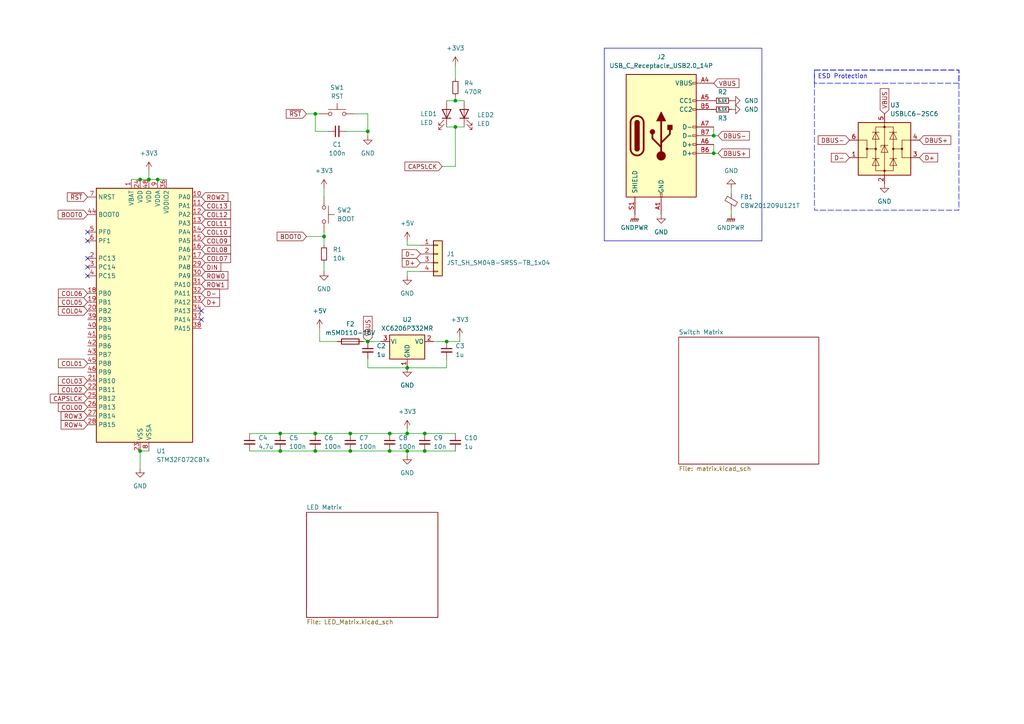
<source format=kicad_sch>
(kicad_sch (version 20230121) (generator eeschema)
  (paper "A4")
  (lib_symbols
    (symbol "Connector:USB_C_Receptacle_USB2.0_14P" (pin_names (offset 1.016))
      (property "Reference" "J" (at 0 22.225 0))
      (property "Value" "USB_C_Receptacle_USB2.0_14P" (at 0 19.685 0))
      (symbol "USB_C_Receptacle_USB2.0_14P_0_0"
        (rectangle (start -0.254 -17.78) (end 0.254 -16.764))
        (rectangle (start 10.16 -4.826) (end 9.144 -5.334))
        (rectangle (start 10.16 -2.286) (end 9.144 -2.794))
        (rectangle (start 10.16 0.254) (end 9.144 -0.254))
        (rectangle (start 10.16 2.794) (end 9.144 2.286))
        (rectangle (start 10.16 7.874) (end 9.144 7.366))
        (rectangle (start 10.16 10.414) (end 9.144 9.906))
        (rectangle (start 10.16 15.494) (end 9.144 14.986))
      )
      (symbol "USB_C_Receptacle_USB2.0_14P_0_1"
        (rectangle (start -10.16 17.78) (end 10.16 -17.78) (stroke (width 0.254)) (fill (type background)))
        (arc (start -8.89 -3.81) (mid -6.985 -5.7067) (end -5.08 -3.81) (stroke (width 0.508)))
        (arc (start -7.62 -3.81) (mid -6.985 -4.4423) (end -6.35 -3.81) (stroke (width 0.254)))
        (arc (start -7.62 -3.81) (mid -6.985 -4.4423) (end -6.35 -3.81) (stroke (width 0.254)) (fill (type outline)))
        (rectangle (start -7.62 -3.81) (end -6.35 3.81) (stroke (width 0.254)) (fill (type outline)))
        (arc (start -6.35 3.81) (mid -6.985 4.4423) (end -7.62 3.81) (stroke (width 0.254)))
        (arc (start -6.35 3.81) (mid -6.985 4.4423) (end -7.62 3.81) (stroke (width 0.254)) (fill (type outline)))
        (arc (start -5.08 3.81) (mid -6.985 5.7067) (end -8.89 3.81) (stroke (width 0.508)))
        (circle (center -2.54 1.143) (radius 0.635) (stroke (width 0.254)) (fill (type outline)))
        (circle (center 0 -5.842) (radius 1.27) (fill (type outline)))
        (polyline (pts (xy -8.89 -3.81) (xy -8.89 3.81)) (stroke (width 0.508)))
        (polyline (pts (xy -5.08 3.81) (xy -5.08 -3.81)) (stroke (width 0.508)))
        (polyline (pts (xy 0 -5.842) (xy 0 4.318)) (stroke (width 0.508)))
        (polyline (pts (xy 0 -3.302) (xy -2.54 -0.762) (xy -2.54 0.508)) (stroke (width 0.508)))
        (polyline (pts (xy 0 -2.032) (xy 2.54 0.508) (xy 2.54 1.778)) (stroke (width 0.508)))
        (polyline (pts (xy -1.27 4.318) (xy 0 6.858) (xy 1.27 4.318) (xy -1.27 4.318)) (stroke (width 0.254)) (fill (type outline)))
        (rectangle (start 1.905 1.778) (end 3.175 3.048) (stroke (width 0.254)) (fill (type outline)))
      )
      (symbol "USB_C_Receptacle_USB2.0_14P_1_1"
        (pin passive line (at 0 -22.86 90) (length 5.08) (name "GND") (number "A1"))
        (pin passive line (at 0 -22.86 90) (length 5.08) hide (name "GND") (number "A12"))
        (pin passive line (at 15.24 15.24 180) (length 5.08) (name "VBUS") (number "A4"))
        (pin bidirectional line (at 15.24 10.16 180) (length 5.08) (name "CC1") (number "A5"))
        (pin bidirectional line (at 15.24 -2.54 180) (length 5.08) (name "D+") (number "A6"))
        (pin bidirectional line (at 15.24 2.54 180) (length 5.08) (name "D-") (number "A7"))
        (pin passive line (at 15.24 15.24 180) (length 5.08) hide (name "VBUS") (number "A9"))
        (pin passive line (at 0 -22.86 90) (length 5.08) hide (name "GND") (number "B1"))
        (pin passive line (at 0 -22.86 90) (length 5.08) hide (name "GND") (number "B12"))
        (pin passive line (at 15.24 15.24 180) (length 5.08) hide (name "VBUS") (number "B4"))
        (pin bidirectional line (at 15.24 7.62 180) (length 5.08) (name "CC2") (number "B5"))
        (pin bidirectional line (at 15.24 -5.08 180) (length 5.08) (name "D+") (number "B6"))
        (pin bidirectional line (at 15.24 0 180) (length 5.08) (name "D-") (number "B7"))
        (pin passive line (at 15.24 15.24 180) (length 5.08) hide (name "VBUS") (number "B9"))
        (pin passive line (at -7.62 -22.86 90) (length 5.08) (name "SHIELD") (number "S1"))
      )
    )
    (symbol "Connector_Generic:Conn_01x04" (pin_names (offset 1.016) hide)
      (property "Reference" "J" (at 0 5.08 0))
      (property "Value" "Conn_01x04" (at 0 -7.62 0))
      (symbol "Conn_01x04_1_1"
        (rectangle (start -1.27 -4.953) (end 0 -5.207) (stroke (width 0.1524)))
        (rectangle (start -1.27 -2.413) (end 0 -2.667) (stroke (width 0.1524)))
        (rectangle (start -1.27 0.127) (end 0 -0.127) (stroke (width 0.1524)))
        (rectangle (start -1.27 2.667) (end 0 2.413) (stroke (width 0.1524)))
        (rectangle (start -1.27 3.81) (end 1.27 -6.35) (stroke (width 0.254)) (fill (type background)))
        (pin passive line (at -5.08 2.54 0) (length 3.81) (name "Pin_1") (number "1"))
        (pin passive line (at -5.08 0 0) (length 3.81) (name "Pin_2") (number "2"))
        (pin passive line (at -5.08 -2.54 0) (length 3.81) (name "Pin_3") (number "3"))
        (pin passive line (at -5.08 -5.08 0) (length 3.81) (name "Pin_4") (number "4"))
      )
    )
    (symbol "Device:C_Small" (pin_numbers hide) (pin_names (offset 0.254) hide)
      (property "Reference" "C" (at 0.254 1.778 0))
      (property "Value" "C_Small" (at 0.254 -2.032 0))
      (symbol "C_Small_0_1"
        (polyline (pts (xy -1.524 -0.508) (xy 1.524 -0.508)) (stroke (width 0.3302)))
        (polyline (pts (xy -1.524 0.508) (xy 1.524 0.508)) (stroke (width 0.3048)))
      )
      (symbol "C_Small_1_1"
        (pin passive line (at 0 2.54 270) (length 2.032) (name "~") (number "1"))
        (pin passive line (at 0 -2.54 90) (length 2.032) (name "~") (number "2"))
      )
    )
    (symbol "Device:FerriteBead_Small" (pin_numbers hide) (pin_names (offset 0))
      (property "Reference" "FB" (at 1.905 1.27 0))
      (property "Value" "FerriteBead_Small" (at 1.905 -1.27 0))
      (symbol "FerriteBead_Small_0_1"
        (polyline (pts (xy 0 -1.27) (xy 0 -0.7874)))
        (polyline (pts (xy 0 0.889) (xy 0 1.2954)))
        (polyline (pts (xy -1.8288 0.2794) (xy -1.1176 1.4986) (xy 1.8288 -0.2032) (xy 1.1176 -1.4224) (xy -1.8288 0.2794)))
      )
      (symbol "FerriteBead_Small_1_1"
        (pin passive line (at 0 2.54 270) (length 1.27) (name "~") (number "1"))
        (pin passive line (at 0 -2.54 90) (length 1.27) (name "~") (number "2"))
      )
    )
    (symbol "Device:Fuse" (pin_numbers hide) (pin_names (offset 0))
      (property "Reference" "F" (at 2.032 0 90))
      (property "Value" "Fuse" (at -1.905 0 90))
      (symbol "Fuse_0_1"
        (rectangle (start -0.762 -2.54) (end 0.762 2.54) (stroke (width 0.254)))
        (polyline (pts (xy 0 2.54) (xy 0 -2.54)))
      )
      (symbol "Fuse_1_1"
        (pin passive line (at 0 3.81 270) (length 1.27) (name "~") (number "1"))
        (pin passive line (at 0 -3.81 90) (length 1.27) (name "~") (number "2"))
      )
    )
    (symbol "Device:LED" (pin_numbers hide) (pin_names (offset 1.016) hide)
      (property "Reference" "D" (at 0 2.54 0))
      (property "Value" "LED" (at 0 -2.54 0))
      (symbol "LED_0_1"
        (polyline (pts (xy -1.27 -1.27) (xy -1.27 1.27)) (stroke (width 0.254)))
        (polyline (pts (xy -1.27 0) (xy 1.27 0)))
        (polyline (pts (xy 1.27 -1.27) (xy 1.27 1.27) (xy -1.27 0) (xy 1.27 -1.27)) (stroke (width 0.254)))
        (polyline (pts (xy -3.048 -0.762) (xy -4.572 -2.286) (xy -3.81 -2.286) (xy -4.572 -2.286) (xy -4.572 -1.524)))
        (polyline (pts (xy -1.778 -0.762) (xy -3.302 -2.286) (xy -2.54 -2.286) (xy -3.302 -2.286) (xy -3.302 -1.524)))
      )
      (symbol "LED_1_1"
        (pin passive line (at -3.81 0 0) (length 2.54) (name "K") (number "1"))
        (pin passive line (at 3.81 0 180) (length 2.54) (name "A") (number "2"))
      )
    )
    (symbol "Device:R_Small" (pin_numbers hide) (pin_names (offset 0.254) hide)
      (property "Reference" "R" (at 0.762 0.508 0))
      (property "Value" "R_Small" (at 0.762 -1.016 0))
      (symbol "R_Small_0_1"
        (rectangle (start -0.762 1.778) (end 0.762 -1.778) (stroke (width 0.2032)))
      )
      (symbol "R_Small_1_1"
        (pin passive line (at 0 2.54 270) (length 0.762) (name "~") (number "1"))
        (pin passive line (at 0 -2.54 90) (length 0.762) (name "~") (number "2"))
      )
    )
    (symbol "MCU_ST_STM32F0:STM32F072CBTx"
      (property "Reference" "U" (at -12.7 39.37 0))
      (property "Value" "STM32F072CBTx" (at 10.16 39.37 0))
      (symbol "STM32F072CBTx_0_1"
        (rectangle (start -12.7 -35.56) (end 15.24 38.1) (stroke (width 0.254)) (fill (type background)))
      )
      (symbol "STM32F072CBTx_1_1"
        (pin power_in line (at -2.54 40.64 270) (length 2.54) (name "VBAT") (number "1"))
        (pin bidirectional line (at 17.78 35.56 180) (length 2.54) (name "PA0") (number "10"))
        (pin bidirectional line (at 17.78 33.02 180) (length 2.54) (name "PA1") (number "11"))
        (pin bidirectional line (at 17.78 30.48 180) (length 2.54) (name "PA2") (number "12"))
        (pin bidirectional line (at 17.78 27.94 180) (length 2.54) (name "PA3") (number "13"))
        (pin bidirectional line (at 17.78 25.4 180) (length 2.54) (name "PA4") (number "14"))
        (pin bidirectional line (at 17.78 22.86 180) (length 2.54) (name "PA5") (number "15"))
        (pin bidirectional line (at 17.78 20.32 180) (length 2.54) (name "PA6") (number "16"))
        (pin bidirectional line (at 17.78 17.78 180) (length 2.54) (name "PA7") (number "17"))
        (pin bidirectional line (at -15.24 7.62 0) (length 2.54) (name "PB0") (number "18"))
        (pin bidirectional line (at -15.24 5.08 0) (length 2.54) (name "PB1") (number "19"))
        (pin bidirectional line (at -15.24 17.78 0) (length 2.54) (name "PC13") (number "2"))
        (pin bidirectional line (at -15.24 2.54 0) (length 2.54) (name "PB2") (number "20"))
        (pin bidirectional line (at -15.24 -17.78 0) (length 2.54) (name "PB10") (number "21"))
        (pin bidirectional line (at -15.24 -20.32 0) (length 2.54) (name "PB11") (number "22"))
        (pin power_in line (at 0 -38.1 90) (length 2.54) (name "VSS") (number "23"))
        (pin power_in line (at 0 40.64 270) (length 2.54) (name "VDD") (number "24"))
        (pin bidirectional line (at -15.24 -22.86 0) (length 2.54) (name "PB12") (number "25"))
        (pin bidirectional line (at -15.24 -25.4 0) (length 2.54) (name "PB13") (number "26"))
        (pin bidirectional line (at -15.24 -27.94 0) (length 2.54) (name "PB14") (number "27"))
        (pin bidirectional line (at -15.24 -30.48 0) (length 2.54) (name "PB15") (number "28"))
        (pin bidirectional line (at 17.78 15.24 180) (length 2.54) (name "PA8") (number "29"))
        (pin bidirectional line (at -15.24 15.24 0) (length 2.54) (name "PC14") (number "3"))
        (pin bidirectional line (at 17.78 12.7 180) (length 2.54) (name "PA9") (number "30"))
        (pin bidirectional line (at 17.78 10.16 180) (length 2.54) (name "PA10") (number "31"))
        (pin bidirectional line (at 17.78 7.62 180) (length 2.54) (name "PA11") (number "32"))
        (pin bidirectional line (at 17.78 5.08 180) (length 2.54) (name "PA12") (number "33"))
        (pin bidirectional line (at 17.78 2.54 180) (length 2.54) (name "PA13") (number "34"))
        (pin passive line (at 0 -38.1 90) (length 2.54) hide (name "VSS") (number "35"))
        (pin power_in line (at 7.62 40.64 270) (length 2.54) (name "VDDIO2") (number "36"))
        (pin bidirectional line (at 17.78 0 180) (length 2.54) (name "PA14") (number "37"))
        (pin bidirectional line (at 17.78 -2.54 180) (length 2.54) (name "PA15") (number "38"))
        (pin bidirectional line (at -15.24 0 0) (length 2.54) (name "PB3") (number "39"))
        (pin bidirectional line (at -15.24 12.7 0) (length 2.54) (name "PC15") (number "4"))
        (pin bidirectional line (at -15.24 -2.54 0) (length 2.54) (name "PB4") (number "40"))
        (pin bidirectional line (at -15.24 -5.08 0) (length 2.54) (name "PB5") (number "41"))
        (pin bidirectional line (at -15.24 -7.62 0) (length 2.54) (name "PB6") (number "42"))
        (pin bidirectional line (at -15.24 -10.16 0) (length 2.54) (name "PB7") (number "43"))
        (pin input line (at -15.24 30.48 0) (length 2.54) (name "BOOT0") (number "44"))
        (pin bidirectional line (at -15.24 -12.7 0) (length 2.54) (name "PB8") (number "45"))
        (pin bidirectional line (at -15.24 -15.24 0) (length 2.54) (name "PB9") (number "46"))
        (pin passive line (at 0 -38.1 90) (length 2.54) hide (name "VSS") (number "47"))
        (pin power_in line (at 2.54 40.64 270) (length 2.54) (name "VDD") (number "48"))
        (pin bidirectional line (at -15.24 25.4 0) (length 2.54) (name "PF0") (number "5"))
        (pin bidirectional line (at -15.24 22.86 0) (length 2.54) (name "PF1") (number "6"))
        (pin input line (at -15.24 35.56 0) (length 2.54) (name "NRST") (number "7"))
        (pin power_in line (at 2.54 -38.1 90) (length 2.54) (name "VSSA") (number "8"))
        (pin power_in line (at 5.08 40.64 270) (length 2.54) (name "VDDA") (number "9"))
      )
    )
    (symbol "Power_Protection:USBLC6-2SC6" (pin_names hide)
      (property "Reference" "U" (at 2.54 8.89 0))
      (property "Value" "USBLC6-2SC6" (at 2.54 -8.89 0))
      (symbol "USBLC6-2SC6_0_1"
        (rectangle (start -7.62 -7.62) (end 7.62 7.62) (stroke (width 0.254)) (fill (type background)))
        (circle (center -5.08 0) (radius 0.254) (fill (type outline)))
        (circle (center -2.54 0) (radius 0.254) (fill (type outline)))
        (rectangle (start -2.54 6.35) (end 2.54 -6.35))
        (circle (center 0 -6.35) (radius 0.254) (fill (type outline)))
        (polyline (pts (xy -5.08 -2.54) (xy -7.62 -2.54)))
        (polyline (pts (xy -5.08 0) (xy -5.08 -2.54)))
        (polyline (pts (xy -5.08 2.54) (xy -7.62 2.54)))
        (polyline (pts (xy -1.524 -2.794) (xy -3.556 -2.794)))
        (polyline (pts (xy -1.524 4.826) (xy -3.556 4.826)))
        (polyline (pts (xy 0 -7.62) (xy 0 -6.35)))
        (polyline (pts (xy 0 -6.35) (xy 0 1.27)))
        (polyline (pts (xy 0 1.27) (xy 0 6.35)))
        (polyline (pts (xy 0 6.35) (xy 0 7.62)))
        (polyline (pts (xy 1.524 -2.794) (xy 3.556 -2.794)))
        (polyline (pts (xy 1.524 4.826) (xy 3.556 4.826)))
        (polyline (pts (xy 5.08 -2.54) (xy 7.62 -2.54)))
        (polyline (pts (xy 5.08 0) (xy 5.08 -2.54)))
        (polyline (pts (xy 5.08 2.54) (xy 7.62 2.54)))
        (polyline (pts (xy -2.54 0) (xy -5.08 0) (xy -5.08 2.54)))
        (polyline (pts (xy 2.54 0) (xy 5.08 0) (xy 5.08 2.54)))
        (polyline (pts (xy -3.556 -4.826) (xy -1.524 -4.826) (xy -2.54 -2.794) (xy -3.556 -4.826)))
        (polyline (pts (xy -3.556 2.794) (xy -1.524 2.794) (xy -2.54 4.826) (xy -3.556 2.794)))
        (polyline (pts (xy -1.016 -1.016) (xy 1.016 -1.016) (xy 0 1.016) (xy -1.016 -1.016)))
        (polyline (pts (xy 1.016 1.016) (xy 0.762 1.016) (xy -1.016 1.016) (xy -1.016 0.508)))
        (polyline (pts (xy 3.556 -4.826) (xy 1.524 -4.826) (xy 2.54 -2.794) (xy 3.556 -4.826)))
        (polyline (pts (xy 3.556 2.794) (xy 1.524 2.794) (xy 2.54 4.826) (xy 3.556 2.794)))
        (circle (center 0 6.35) (radius 0.254) (fill (type outline)))
        (circle (center 2.54 0) (radius 0.254) (fill (type outline)))
        (circle (center 5.08 0) (radius 0.254) (fill (type outline)))
      )
      (symbol "USBLC6-2SC6_1_1"
        (pin passive line (at -10.16 -2.54 0) (length 2.54) (name "I/O1") (number "1"))
        (pin passive line (at 0 -10.16 90) (length 2.54) (name "GND") (number "2"))
        (pin passive line (at 10.16 -2.54 180) (length 2.54) (name "I/O2") (number "3"))
        (pin passive line (at 10.16 2.54 180) (length 2.54) (name "I/O2") (number "4"))
        (pin passive line (at 0 10.16 270) (length 2.54) (name "VBUS") (number "5"))
        (pin passive line (at -10.16 2.54 0) (length 2.54) (name "I/O1") (number "6"))
      )
    )
    (symbol "Regulator_Linear:XC6206PxxxMR" (pin_names (offset 0.254))
      (property "Reference" "U" (at -3.81 3.175 0))
      (property "Value" "XC6206PxxxMR" (at 0 3.175 0))
      (symbol "XC6206PxxxMR_0_1"
        (rectangle (start -5.08 1.905) (end 5.08 -5.08) (stroke (width 0.254)) (fill (type background)))
      )
      (symbol "XC6206PxxxMR_1_1"
        (pin power_in line (at 0 -7.62 90) (length 2.54) (name "GND") (number "1"))
        (pin power_out line (at 7.62 0 180) (length 2.54) (name "VO") (number "2"))
        (pin power_in line (at -7.62 0 0) (length 2.54) (name "VI") (number "3"))
      )
    )
    (symbol "Switch:SW_Push" (pin_numbers hide) (pin_names (offset 1.016) hide)
      (property "Reference" "SW" (at 1.27 2.54 0))
      (property "Value" "SW_Push" (at 0 -1.524 0))
      (symbol "SW_Push_0_1"
        (circle (center -2.032 0) (radius 0.508))
        (polyline (pts (xy 0 1.27) (xy 0 3.048)))
        (polyline (pts (xy 2.54 1.27) (xy -2.54 1.27)))
        (circle (center 2.032 0) (radius 0.508))
        (pin passive line (at -5.08 0 0) (length 2.54) (name "1") (number "1"))
        (pin passive line (at 5.08 0 180) (length 2.54) (name "2") (number "2"))
      )
    )
    (symbol "power:+3V3" (power) (pin_names (offset 0))
      (property "Value" "+3V3" (at 0 3.556 0))
      (symbol "+3V3_0_1"
        (polyline (pts (xy -0.762 1.27) (xy 0 2.54)))
        (polyline (pts (xy 0 0) (xy 0 2.54)))
        (polyline (pts (xy 0 2.54) (xy 0.762 1.27)))
      )
      (symbol "+3V3_1_1"
        (pin power_in line (at 0 0 90) (length 0) hide (name "+3V3") (number "1"))
      )
    )
    (symbol "power:+5V" (power) (pin_names (offset 0))
      (property "Value" "+5V" (at 0 3.556 0))
      (symbol "+5V_0_1"
        (polyline (pts (xy -0.762 1.27) (xy 0 2.54)))
        (polyline (pts (xy 0 0) (xy 0 2.54)))
        (polyline (pts (xy 0 2.54) (xy 0.762 1.27)))
      )
      (symbol "+5V_1_1"
        (pin power_in line (at 0 0 90) (length 0) hide (name "+5V") (number "1"))
      )
    )
    (symbol "power:GND" (power) (pin_names (offset 0))
      (property "Value" "GND" (at 0 -3.81 0))
      (symbol "GND_0_1"
        (polyline (pts (xy 0 0) (xy 0 -1.27) (xy 1.27 -1.27) (xy 0 -2.54) (xy -1.27 -1.27) (xy 0 -1.27)))
      )
      (symbol "GND_1_1"
        (pin power_in line (at 0 0 270) (length 0) hide (name "GND") (number "1"))
      )
    )
    (symbol "power:GNDPWR" (power) (pin_names (offset 0))
      (property "Value" "GNDPWR" (at 0 -3.302 0))
      (symbol "GNDPWR_0_1"
        (polyline (pts (xy 0 -1.27) (xy 0 0)))
        (polyline (pts (xy -1.016 -1.27) (xy -1.27 -2.032) (xy -1.27 -2.032)) (stroke (width 0.2032)))
        (polyline (pts (xy -0.508 -1.27) (xy -0.762 -2.032) (xy -0.762 -2.032)) (stroke (width 0.2032)))
        (polyline (pts (xy 0 -1.27) (xy -0.254 -2.032) (xy -0.254 -2.032)) (stroke (width 0.2032)))
        (polyline (pts (xy 0.508 -1.27) (xy 0.254 -2.032) (xy 0.254 -2.032)) (stroke (width 0.2032)))
        (polyline (pts (xy 1.016 -1.27) (xy -1.016 -1.27) (xy -1.016 -1.27)) (stroke (width 0.2032)))
        (polyline (pts (xy 1.016 -1.27) (xy 0.762 -2.032) (xy 0.762 -2.032) (xy 0.762 -2.032)) (stroke (width 0.2032)))
      )
      (symbol "GNDPWR_1_1"
        (pin power_in line (at 0 0 270) (length 0) hide (name "GNDPWR") (number "1"))
      )
    )
  )
  (junction (at 113.03 130.81))
  (junction (at 113.03 125.73))
  (junction (at 91.44 130.81))
  (junction (at 132.08 36.83))
  (junction (at 81.28 125.73))
  (junction (at 40.64 52.07))
  (junction (at 129.54 99.06))
  (junction (at 91.44 33.02))
  (junction (at 101.6 125.73))
  (junction (at 106.68 38.1))
  (junction (at 43.18 52.07))
  (junction (at 123.19 125.73))
  (junction (at 132.08 29.21))
  (junction (at 207.01 39.37))
  (junction (at 118.11 130.81))
  (junction (at 101.6 130.81))
  (junction (at 93.98 68.58))
  (junction (at 118.11 125.73))
  (junction (at 106.68 99.06))
  (junction (at 118.11 106.68))
  (junction (at 123.19 130.81))
  (junction (at 91.44 125.73))
  (junction (at 40.64 130.81))
  (junction (at 45.72 52.07))
  (junction (at 207.01 44.45))
  (junction (at 81.28 130.81))
  (no_connect (at 25.4 69.85))
  (no_connect (at 58.42 90.17))
  (no_connect (at 25.4 80.01))
  (no_connect (at 58.42 92.71))
  (no_connect (at 25.4 67.31))
  (no_connect (at 25.4 77.47))
  (no_connect (at 25.4 74.93))
  (wire (pts (xy 133.35 97.79) (xy 133.35 99.06)))
  (wire (pts (xy 93.98 76.2) (xy 93.98 78.74)))
  (wire (pts (xy 118.11 125.73) (xy 123.19 125.73)))
  (wire (pts (xy 88.9 33.02) (xy 91.44 33.02)))
  (wire (pts (xy 113.03 125.73) (xy 118.11 125.73)))
  (wire (pts (xy 72.39 130.81) (xy 81.28 130.81)))
  (wire (pts (xy 132.08 27.94) (xy 132.08 29.21)))
  (wire (pts (xy 207.01 41.91) (xy 207.01 44.45)))
  (wire (pts (xy 40.64 130.81) (xy 43.18 130.81)))
  (wire (pts (xy 93.98 68.58) (xy 93.98 71.12)))
  (wire (pts (xy 91.44 130.81) (xy 101.6 130.81)))
  (wire (pts (xy 132.08 19.05) (xy 132.08 22.86)))
  (wire (pts (xy 106.68 39.37) (xy 106.68 38.1)))
  (wire (pts (xy 129.54 36.83) (xy 132.08 36.83)))
  (wire (pts (xy 92.71 99.06) (xy 97.79 99.06)))
  (wire (pts (xy 129.54 104.14) (xy 129.54 106.68)))
  (wire (pts (xy 40.64 130.81) (xy 40.64 135.89)))
  (wire (pts (xy 118.11 124.46) (xy 118.11 125.73)))
  (wire (pts (xy 207.01 39.37) (xy 208.28 39.37)))
  (wire (pts (xy 72.39 125.73) (xy 81.28 125.73)))
  (wire (pts (xy 93.98 54.61) (xy 93.98 57.15)))
  (wire (pts (xy 106.68 99.06) (xy 110.49 99.06)))
  (wire (pts (xy 134.62 36.83) (xy 132.08 36.83)))
  (wire (pts (xy 105.41 99.06) (xy 106.68 99.06)))
  (wire (pts (xy 132.08 29.21) (xy 134.62 29.21)))
  (wire (pts (xy 93.98 68.58) (xy 93.98 67.31)))
  (wire (pts (xy 118.11 130.81) (xy 123.19 130.81)))
  (wire (pts (xy 81.28 130.81) (xy 91.44 130.81)))
  (wire (pts (xy 106.68 38.1) (xy 106.68 33.02)))
  (wire (pts (xy 207.01 36.83) (xy 207.01 39.37)))
  (wire (pts (xy 38.1 52.07) (xy 40.64 52.07)))
  (wire (pts (xy 113.03 130.81) (xy 118.11 130.81)))
  (wire (pts (xy 212.09 55.88) (xy 212.09 54.61)))
  (wire (pts (xy 121.92 71.12) (xy 118.11 71.12)))
  (wire (pts (xy 129.54 29.21) (xy 132.08 29.21)))
  (wire (pts (xy 91.44 33.02) (xy 92.71 33.02)))
  (wire (pts (xy 43.18 52.07) (xy 45.72 52.07)))
  (wire (pts (xy 132.08 48.26) (xy 132.08 36.83)))
  (wire (pts (xy 133.35 99.06) (xy 129.54 99.06)))
  (wire (pts (xy 45.72 52.07) (xy 48.26 52.07)))
  (wire (pts (xy 106.68 104.14) (xy 106.68 106.68)))
  (wire (pts (xy 125.73 99.06) (xy 129.54 99.06)))
  (wire (pts (xy 118.11 130.81) (xy 118.11 132.08)))
  (wire (pts (xy 40.64 52.07) (xy 43.18 52.07)))
  (wire (pts (xy 91.44 125.73) (xy 101.6 125.73)))
  (wire (pts (xy 212.09 60.96) (xy 212.09 62.23)))
  (wire (pts (xy 92.71 99.06) (xy 92.71 95.25)))
  (wire (pts (xy 101.6 125.73) (xy 113.03 125.73)))
  (wire (pts (xy 207.01 44.45) (xy 208.28 44.45)))
  (wire (pts (xy 123.19 130.81) (xy 132.08 130.81)))
  (wire (pts (xy 121.92 78.74) (xy 118.11 78.74)))
  (wire (pts (xy 106.68 106.68) (xy 118.11 106.68)))
  (wire (pts (xy 95.25 38.1) (xy 91.44 38.1)))
  (wire (pts (xy 123.19 125.73) (xy 132.08 125.73)))
  (wire (pts (xy 100.33 38.1) (xy 106.68 38.1)))
  (wire (pts (xy 118.11 71.12) (xy 118.11 69.85)))
  (wire (pts (xy 132.08 48.26) (xy 128.27 48.26)))
  (wire (pts (xy 43.18 49.53) (xy 43.18 52.07)))
  (wire (pts (xy 101.6 130.81) (xy 113.03 130.81)))
  (wire (pts (xy 129.54 106.68) (xy 118.11 106.68)))
  (wire (pts (xy 81.28 125.73) (xy 91.44 125.73)))
  (wire (pts (xy 106.68 33.02) (xy 102.87 33.02)))
  (wire (pts (xy 91.44 38.1) (xy 91.44 33.02)))
  (wire (pts (xy 118.11 78.74) (xy 118.11 80.01)))
  (wire (pts (xy 88.9 68.58) (xy 93.98 68.58)))
  (rectangle (start 175.26 13.97) (end 220.98 69.85))
  (rectangle (start 236.22 20.32) (end 278.13 24.13) (stroke (width 0) (type dash)))
  (text_box "ESD Protection" (at 236.22 20.32 0) (size 41.91 40.64) (stroke (width 0) (type dash)) (effects (font (size 1.27 1.27)) (justify left top)))
  (global_label "DBUS+" (shape input) (at 208.28 44.45 0) (property "Intersheetrefs" "${INTERSHEET_REFS}" (effects hide)))
  (global_label "COL02" (shape input) (at 25.4 113.03 180) (property "Intersheetrefs" "${INTERSHEET_REFS}" (effects hide)))
  (global_label "ROW0" (shape input) (at 58.42 80.01 0) (property "Intersheetrefs" "${INTERSHEET_REFS}" (effects hide)))
  (global_label "D+" (shape input) (at 266.7 45.72 0) (property "Intersheetrefs" "${INTERSHEET_REFS}" (effects hide)))
  (global_label "BOOT0" (shape input) (at 25.4 62.23 180) (property "Intersheetrefs" "${INTERSHEET_REFS}" (effects hide)))
  (global_label "COL04" (shape input) (at 25.4 90.17 180) (property "Intersheetrefs" "${INTERSHEET_REFS}" (effects hide)))
  (global_label "~{RST}" (shape input) (at 25.4 57.15 180) (property "Intersheetrefs" "${INTERSHEET_REFS}" (effects hide)))
  (global_label "ROW1" (shape input) (at 58.42 82.55 0) (property "Intersheetrefs" "${INTERSHEET_REFS}" (effects hide)))
  (global_label "D-" (shape input) (at 246.38 45.72 180) (property "Intersheetrefs" "${INTERSHEET_REFS}" (effects hide)))
  (global_label "BOOT0" (shape input) (at 88.9 68.58 180) (property "Intersheetrefs" "${INTERSHEET_REFS}" (effects hide)))
  (global_label "~{RST}" (shape input) (at 88.9 33.02 180) (property "Intersheetrefs" "${INTERSHEET_REFS}" (effects hide)))
  (global_label "COL01" (shape input) (at 25.4 105.41 180) (property "Intersheetrefs" "${INTERSHEET_REFS}" (effects hide)))
  (global_label "COL00" (shape input) (at 25.4 118.11 180) (property "Intersheetrefs" "${INTERSHEET_REFS}" (effects hide)))
  (global_label "VBUS" (shape input) (at 207.01 24.13 0) (property "Intersheetrefs" "${INTERSHEET_REFS}" (effects hide)))
  (global_label "DIN" (shape input) (at 58.42 77.47 0) (property "Intersheetrefs" "${INTERSHEET_REFS}" (effects hide)))
  (global_label "COL08" (shape input) (at 58.42 72.39 0) (property "Intersheetrefs" "${INTERSHEET_REFS}" (effects hide)))
  (global_label "DBUS-" (shape input) (at 208.28 39.37 0) (property "Intersheetrefs" "${INTERSHEET_REFS}" (effects hide)))
  (global_label "COL10" (shape input) (at 58.42 67.31 0) (property "Intersheetrefs" "${INTERSHEET_REFS}" (effects hide)))
  (global_label "VBUS" (shape input) (at 256.54 33.02 90) (property "Intersheetrefs" "${INTERSHEET_REFS}" (effects hide)))
  (global_label "ROW4" (shape input) (at 25.4 123.19 180) (property "Intersheetrefs" "${INTERSHEET_REFS}" (effects hide)))
  (global_label "D-" (shape input) (at 121.92 73.66 180) (property "Intersheetrefs" "${INTERSHEET_REFS}" (effects hide)))
  (global_label "COL07" (shape input) (at 58.42 74.93 0) (property "Intersheetrefs" "${INTERSHEET_REFS}" (effects hide)))
  (global_label "D+" (shape input) (at 58.42 87.63 0) (property "Intersheetrefs" "${INTERSHEET_REFS}" (effects hide)))
  (global_label "COL12" (shape input) (at 58.42 62.23 0) (property "Intersheetrefs" "${INTERSHEET_REFS}" (effects hide)))
  (global_label "CAPSLCK" (shape input) (at 128.27 48.26 180) (property "Intersheetrefs" "${INTERSHEET_REFS}" (effects hide)))
  (global_label "DBUS+" (shape input) (at 266.7 40.64 0) (property "Intersheetrefs" "${INTERSHEET_REFS}" (effects hide)))
  (global_label "COL13" (shape input) (at 58.42 59.69 0) (property "Intersheetrefs" "${INTERSHEET_REFS}" (effects hide)))
  (global_label "COL11" (shape input) (at 58.42 64.77 0) (property "Intersheetrefs" "${INTERSHEET_REFS}" (effects hide)))
  (global_label "ROW3" (shape input) (at 25.4 120.65 180) (property "Intersheetrefs" "${INTERSHEET_REFS}" (effects hide)))
  (global_label "COL06" (shape input) (at 25.4 85.09 180) (property "Intersheetrefs" "${INTERSHEET_REFS}" (effects hide)))
  (global_label "D+" (shape input) (at 121.92 76.2 180) (property "Intersheetrefs" "${INTERSHEET_REFS}" (effects hide)))
  (global_label "D-" (shape input) (at 58.42 85.09 0) (property "Intersheetrefs" "${INTERSHEET_REFS}" (effects hide)))
  (global_label "COL09" (shape input) (at 58.42 69.85 0) (property "Intersheetrefs" "${INTERSHEET_REFS}" (effects hide)))
  (global_label "DBUS-" (shape input) (at 246.38 40.64 180) (property "Intersheetrefs" "${INTERSHEET_REFS}" (effects hide)))
  (global_label "CAPSLCK" (shape input) (at 25.4 115.57 180) (property "Intersheetrefs" "${INTERSHEET_REFS}" (effects hide)))
  (global_label "COL03" (shape input) (at 25.4 110.49 180) (property "Intersheetrefs" "${INTERSHEET_REFS}" (effects hide)))
  (global_label "COL05" (shape input) (at 25.4 87.63 180) (property "Intersheetrefs" "${INTERSHEET_REFS}" (effects hide)))
  (global_label "VBUS" (shape input) (at 106.68 99.06 90) (property "Intersheetrefs" "${INTERSHEET_REFS}" (effects hide)))
  (global_label "ROW2" (shape input) (at 58.42 57.15 0) (property "Intersheetrefs" "${INTERSHEET_REFS}" (effects hide)))
  (symbol (lib_id "power:GND") (at 118.11 80.01 0) (unit 1)
    (property "Reference" "#PWR06" (effects hide))
    (property "Value" "GND" (at 118.11 85.09 0))
  )
  (symbol (lib_id "power:GND") (at 93.98 78.74 0) (unit 1)
    (property "Reference" "#PWR03" (effects hide))
    (property "Value" "GND" (at 93.98 83.82 0))
  )
  (symbol (lib_id "power:GNDPWR") (at 212.09 62.23 0) (unit 1)
    (property "Reference" "#PWR018" (effects hide))
    (property "Value" "GNDPWR" (at 211.963 66.04 0))
  )
  (symbol (lib_id "power:GND") (at 256.54 53.34 0) (unit 1)
    (property "Reference" "#PWR07" (effects hide))
    (property "Value" "GND" (at 256.54 58.42 0))
  )
  (symbol (lib_id "Connector:USB_C_Receptacle_USB2.0_14P") (at 191.77 39.37 0) (unit 1)
    (property "Reference" "J2" (at 191.77 16.51 0))
    (property "Value" "USB_C_Receptacle_USB2.0_14P" (at 191.77 19.05 0))
    (property "Footprint" "marbastlib-various:USB_C_Receptacle_HRO_TYPE-C-31-M-12" (effects hide))
    (property "Datasheet" "https://www.usb.org/sites/default/files/documents/usb_type-c.zip" (effects hide))
  )
  (symbol (lib_id "Device:C_Small") (at 132.08 128.27 0) (unit 1)
    (property "Reference" "C10" (at 134.62 127.0063 0) (effects (justify left)))
    (property "Value" "1u" (at 134.62 129.5463 0) (effects (justify left)))
    (property "Footprint" "Capacitor_SMD:C_0402_1005Metric" (effects hide))
  )
  (symbol (lib_id "Device:R_Small") (at 209.55 29.21 270) (unit 1)
    (property "Reference" "R2" (at 209.55 26.67 90))
    (property "Value" "5.1K" (at 209.55 29.21 90) (effects (font (size 0.8 0.8))))
    (property "Footprint" "Keebio-Parts:R_0805" (effects hide))
  )
  (symbol (lib_id "Device:C_Small") (at 72.39 128.27 0) (unit 1)
    (property "Reference" "C4" (at 74.93 127.0063 0) (effects (justify left)))
    (property "Value" "4.7u" (at 74.93 129.5463 0) (effects (justify left)))
    (property "Footprint" "Capacitor_SMD:C_0402_1005Metric" (effects hide))
  )
  (symbol (lib_id "power:+3V3") (at 132.08 19.05 0) (unit 1)
    (property "Reference" "#PWR020" (effects hide))
    (property "Value" "+3V3" (at 132.08 13.97 0))
  )
  (symbol (lib_id "Device:Fuse") (at 101.6 99.06 90) (unit 1)
    (property "Reference" "F2" (at 101.6 93.98 90))
    (property "Value" "mSMD110-16V" (at 101.6 96.52 90))
    (property "Footprint" "Fuse:Fuse_1812_4532Metric" (effects hide))
  )
  (symbol (lib_id "Device:C_Small") (at 113.03 128.27 0) (unit 1)
    (property "Reference" "C8" (at 115.57 127.0063 0) (effects (justify left)))
    (property "Value" "100n" (at 115.57 129.5463 0) (effects (justify left)))
    (property "Footprint" "Capacitor_SMD:C_0402_1005Metric" (effects hide))
  )
  (symbol (lib_id "Device:C_Small") (at 101.6 128.27 0) (unit 1)
    (property "Reference" "C7" (at 104.14 127.0063 0) (effects (justify left)))
    (property "Value" "100n" (at 104.14 129.5463 0) (effects (justify left)))
    (property "Footprint" "Capacitor_SMD:C_0402_1005Metric" (effects hide))
  )
  (symbol (lib_id "power:GND") (at 106.68 39.37 0) (unit 1)
    (property "Reference" "#PWR02" (effects hide))
    (property "Value" "GND" (at 106.68 44.45 0))
  )
  (symbol (lib_id "power:GNDPWR") (at 184.15 62.23 0) (unit 1)
    (property "Reference" "#PWR017" (effects hide))
    (property "Value" "GNDPWR" (at 184.023 66.04 0))
  )
  (symbol (lib_id "power:+3V3") (at 133.35 97.79 0) (unit 1)
    (property "Reference" "#PWR012" (effects hide))
    (property "Value" "+3V3" (at 133.35 92.71 0))
  )
  (symbol (lib_id "Device:C_Small") (at 91.44 128.27 0) (unit 1)
    (property "Reference" "C6" (at 93.98 127.0063 0) (effects (justify left)))
    (property "Value" "100n" (at 93.98 129.5463 0) (effects (justify left)))
    (property "Footprint" "Capacitor_SMD:C_0402_1005Metric" (effects hide))
  )
  (symbol (lib_id "Regulator_Linear:XC6206PxxxMR") (at 118.11 99.06 0) (unit 1)
    (property "Reference" "U2" (at 118.11 92.71 0))
    (property "Value" "XC6206P332MR" (at 118.11 95.25 0))
    (property "Footprint" "Package_TO_SOT_SMD:SOT-23-3" (effects hide))
    (property "Datasheet" "https://www.torexsemi.com/file/xc6206/XC6206.pdf" (effects hide))
  )
  (symbol (lib_id "Device:LED") (at 134.62 33.02 90) (unit 1) (in_bom no)
    (property "Reference" "LED2" (at 138.43 33.3375 90) (effects (justify right)))
    (property "Value" "LED" (at 138.43 35.8775 90) (effects (justify right)))
    (property "Footprint" "marbastlib-mx:LED_MX_3mm-ROT" (effects hide))
  )
  (symbol (lib_id "Switch:SW_Push") (at 93.98 62.23 270) (unit 1)
    (property "Reference" "SW2" (at 97.79 60.96 90) (effects (justify left)))
    (property "Value" "BOOT" (at 97.79 63.5 90) (effects (justify left)))
    (property "Footprint" "Button_Switch_SMD:SW_SPST_TL3342" (effects hide))
  )
  (symbol (lib_id "power:+5V") (at 118.11 69.85 0) (unit 1)
    (property "Reference" "#PWR05" (effects hide))
    (property "Value" "+5V" (at 118.11 64.77 0))
  )
  (symbol (lib_id "Device:LED") (at 129.54 33.02 270) (mirror x) (unit 1) (in_bom no)
    (property "Reference" "LED1" (at 121.92 33.02 90) (effects (justify left)))
    (property "Value" "LED" (at 121.92 35.56 90) (effects (justify left)))
    (property "Footprint" "marbastlib-mx:LED_MX_3mm" (effects hide))
  )
  (symbol (lib_id "Switch:SW_Push") (at 97.79 33.02 0) (unit 1)
    (property "Reference" "SW1" (at 97.79 25.4 0))
    (property "Value" "RST" (at 97.79 27.94 0))
    (property "Footprint" "Button_Switch_SMD:SW_SPST_TL3342" (effects hide))
  )
  (symbol (lib_id "Device:R_Small") (at 209.55 31.75 90) (unit 1)
    (property "Reference" "R3" (at 209.55 34.29 90))
    (property "Value" "5.1K" (at 209.55 31.75 90) (effects (font (size 0.8 0.8))))
    (property "Footprint" "Keebio-Parts:R_0805" (effects hide))
  )
  (symbol (lib_id "power:+5V") (at 92.71 95.25 0) (unit 1)
    (property "Reference" "#PWR011" (effects hide))
    (property "Value" "+5V" (at 92.71 90.17 0))
  )
  (symbol (lib_id "Device:C_Small") (at 81.28 128.27 0) (unit 1)
    (property "Reference" "C5" (at 83.82 127.0063 0) (effects (justify left)))
    (property "Value" "100n" (at 83.82 129.5463 0) (effects (justify left)))
    (property "Footprint" "Capacitor_SMD:C_0402_1005Metric" (effects hide))
  )
  (symbol (lib_id "Connector_Generic:Conn_01x04") (at 127 73.66 0) (unit 1)
    (property "Reference" "J1" (at 129.54 73.66 0) (effects (justify left)))
    (property "Value" "JST_SH_SM04B-SRSS-TB_1x04" (at 129.54 76.2 0) (effects (justify left)))
    (property "Footprint" "Connector_JST:JST_SH_SM04B-SRSS-TB_1x04-1MP_P1.00mm_Horizontal" (effects hide))
  )
  (symbol (lib_id "Device:C_Small") (at 97.79 38.1 90) (unit 1)
    (property "Reference" "C1" (at 97.79 41.91 90))
    (property "Value" "100n" (at 97.79 44.45 90))
    (property "Footprint" "Keebio-Parts:WS2812B" (effects hide))
  )
  (symbol (lib_id "Device:FerriteBead_Small") (at 212.09 58.42 0) (unit 1)
    (property "Reference" "FB1" (at 214.63 57.1119 0) (effects (justify left)))
    (property "Value" "CBW201209U121T" (at 214.63 59.6519 0) (effects (justify left)))
    (property "Footprint" "acheron_Components:C_0805_2012Metric" (effects hide))
  )
  (symbol (lib_id "power:+3V3") (at 93.98 54.61 0) (unit 1)
    (property "Reference" "#PWR04" (effects hide))
    (property "Value" "+3V3" (at 93.98 49.53 0))
  )
  (symbol (lib_id "power:+3V3") (at 43.18 49.53 0) (unit 1)
    (property "Reference" "#PWR013" (effects hide))
    (property "Value" "+3V3" (at 43.18 44.45 0))
  )
  (symbol (lib_id "power:GND") (at 212.09 29.21 90) (unit 1)
    (property "Reference" "#PWR014" (effects hide))
    (property "Value" "GND" (at 215.9 29.21 90) (effects (justify right)))
  )
  (symbol (lib_id "power:GND") (at 40.64 135.89 0) (unit 1)
    (property "Reference" "#PWR01" (effects hide))
    (property "Value" "GND" (at 40.64 140.97 0))
  )
  (symbol (lib_id "power:GND") (at 212.09 31.75 90) (unit 1)
    (property "Reference" "#PWR015" (effects hide))
    (property "Value" "GND" (at 215.9 31.75 90) (effects (justify right)))
  )
  (symbol (lib_id "MCU_ST_STM32F0:STM32F072CBTx") (at 40.64 92.71 0) (unit 1)
    (property "Reference" "U1" (at 45.3741 130.81 0) (effects (justify left)))
    (property "Value" "STM32F072CBTx" (at 45.3741 133.35 0) (effects (justify left)))
    (property "Footprint" "Package_QFP:LQFP-48_7x7mm_P0.5mm" (effects hide))
    (property "Datasheet" "https://www.st.com/resource/en/datasheet/stm32f072cb.pdf" (effects hide))
  )
  (symbol (lib_id "Device:C_Small") (at 123.19 128.27 0) (unit 1)
    (property "Reference" "C9" (at 125.73 127.0063 0) (effects (justify left)))
    (property "Value" "10n" (at 125.73 129.5463 0) (effects (justify left)))
    (property "Footprint" "Capacitor_SMD:C_0402_1005Metric" (effects hide))
  )
  (symbol (lib_id "Device:R_Small") (at 93.98 73.66 0) (unit 1)
    (property "Reference" "R1" (at 96.52 72.39 0) (effects (justify left)))
    (property "Value" "10k" (at 96.52 74.93 0) (effects (justify left)))
    (property "Footprint" "Resistor_SMD:R_0603_1608Metric" (effects hide))
  )
  (symbol (lib_id "Device:C_Small") (at 106.68 101.6 0) (unit 1)
    (property "Reference" "C2" (at 109.22 100.3363 0) (effects (justify left)))
    (property "Value" "1u" (at 109.22 102.8763 0) (effects (justify left)))
    (property "Footprint" "Capacitor_SMD:C_0402_1005Metric" (effects hide))
  )
  (symbol (lib_id "power:GND") (at 212.09 54.61 180) (unit 1)
    (property "Reference" "#PWR019" (effects hide))
    (property "Value" "GND" (at 212.09 49.53 0))
  )
  (symbol (lib_id "power:+3V3") (at 118.11 124.46 0) (unit 1)
    (property "Reference" "#PWR08" (effects hide))
    (property "Value" "+3V3" (at 118.11 119.38 0))
  )
  (symbol (lib_id "power:GND") (at 118.11 106.68 0) (unit 1)
    (property "Reference" "#PWR010" (effects hide))
    (property "Value" "GND" (at 118.11 111.76 0))
  )
  (symbol (lib_id "Device:R_Small") (at 132.08 25.4 180) (unit 1)
    (property "Reference" "R4" (at 134.62 24.13 0) (effects (justify right)))
    (property "Value" "470R" (at 134.62 26.67 0) (effects (justify right)))
    (property "Footprint" "Resistor_SMD:R_0402_1005Metric" (effects hide))
    (property "LCSC" "C25117" (effects hide))
  )
  (symbol (lib_id "power:GND") (at 118.11 132.08 0) (unit 1)
    (property "Reference" "#PWR09" (effects hide))
    (property "Value" "GND" (at 118.11 137.16 0))
  )
  (symbol (lib_id "power:GND") (at 191.77 62.23 0) (unit 1)
    (property "Reference" "#PWR016" (effects hide))
    (property "Value" "GND" (at 191.77 67.31 0))
  )
  (symbol (lib_id "Power_Protection:USBLC6-2SC6") (at 256.54 43.18 0) (unit 1)
    (property "Reference" "U3" (at 258.1911 30.48 0) (effects (justify left)))
    (property "Value" "USBLC6-2SC6" (at 258.1911 33.02 0) (effects (justify left)))
    (property "Footprint" "Package_TO_SOT_SMD:SOT-23-6" (effects hide))
    (property "Datasheet" "https://www.st.com/resource/en/datasheet/usblc6-2.pdf" (effects hide))
  )
  (symbol (lib_id "Device:C_Small") (at 129.54 101.6 0) (unit 1)
    (property "Reference" "C3" (at 132.08 100.3363 0) (effects (justify left)))
    (property "Value" "1u" (at 132.08 102.8763 0) (effects (justify left)))
    (property "Footprint" "Capacitor_SMD:C_0402_1005Metric" (effects hide))
  )
  (sheet (at 196.85 97.79) (size 40.64 36.83) (stroke (width 0.1524))
    (property "Sheetname" "Switch Matrix" (at 196.85 97.0784 0) (effects (justify left bottom)))
    (property "Sheetfile" "matrix.kicad_sch" (at 196.85 135.2046 0) (effects (justify left top)))
  )
  (sheet (at 88.9 148.59) (size 38.1 30.48) (stroke (width 0.1524))
    (property "Sheetname" "LED Matrix" (at 88.9 147.8784 0) (effects (justify left bottom)))
    (property "Sheetfile" "LED_Matrix.kicad_sch" (at 88.9 179.6546 0) (effects (justify left top)))
  )
)
</source>
